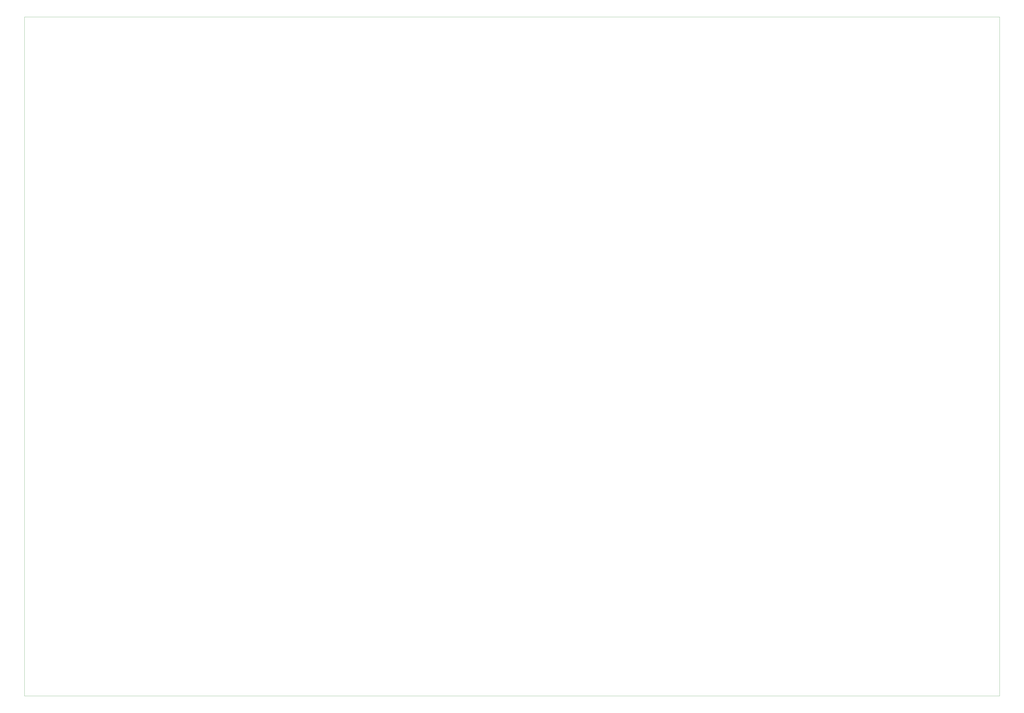
<source format=gm1>
G04 #@! TF.GenerationSoftware,KiCad,Pcbnew,(5.1.6)-1*
G04 #@! TF.CreationDate,2020-10-29T11:36:53+07:00*
G04 #@! TF.ProjectId,Clock,436c6f63-6b2e-46b6-9963-61645f706362,rev?*
G04 #@! TF.SameCoordinates,Original*
G04 #@! TF.FileFunction,Profile,NP*
%FSLAX46Y46*%
G04 Gerber Fmt 4.6, Leading zero omitted, Abs format (unit mm)*
G04 Created by KiCad (PCBNEW (5.1.6)-1) date 2020-10-29 11:36:53*
%MOMM*%
%LPD*%
G01*
G04 APERTURE LIST*
G04 #@! TA.AperFunction,Profile*
%ADD10C,0.050000*%
G04 #@! TD*
G04 APERTURE END LIST*
D10*
X584200000Y-38100000D02*
X165100000Y-38100000D01*
X584200000Y-330200000D02*
X584200000Y-38100000D01*
X165100000Y-330200000D02*
X584200000Y-330200000D01*
X165100000Y-38100000D02*
X165100000Y-330200000D01*
M02*

</source>
